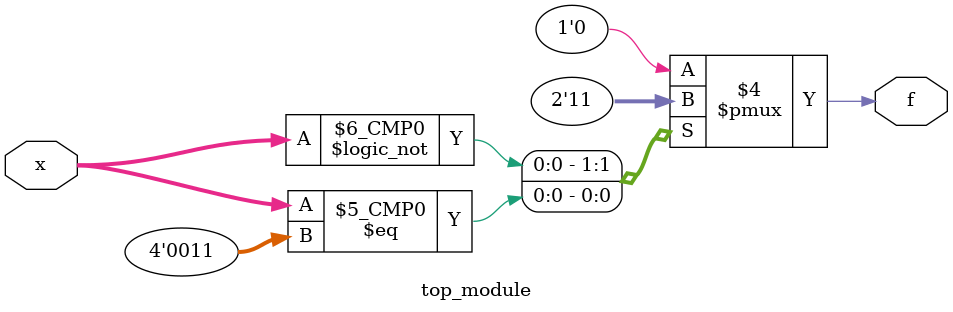
<source format=sv>
module top_module (
	input [4:1] x,
	output logic f
);

    always_comb begin
        case(x)
            4'b0000: f = 1;
            4'b0001: f = 0;
            4'b0011: f = 1;
            4'b0110: f = 0;
            default: f = 0;
        endcase
    end

endmodule

</source>
